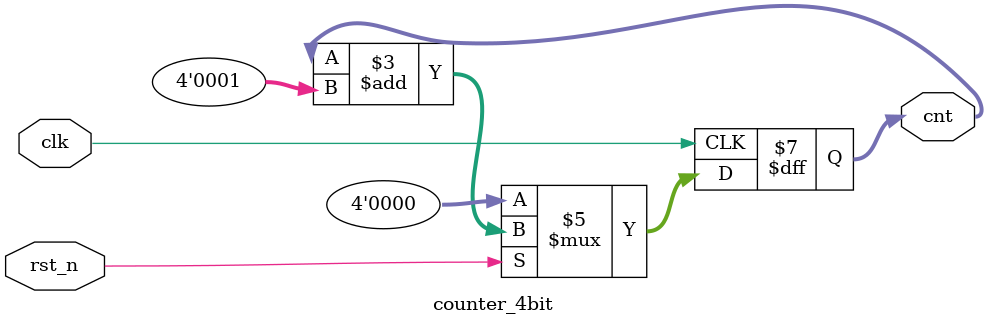
<source format=v>
module d_ff (
    input clk, d,
    output reg q 
);
    always@(posedge clk)  q <= d;
endmodule
// D Flip-Flop with a synchronous reset
module d_ff_sr (
    input  clk, rst_n, d,
    output reg q 
);
    always @(posedge clk) begin
        if (rst_n == 0) q <= 1'b0;
        else q <= d;
    end
endmodule

// D Flip-Flop with a synchronous reset
module d_ff_ar (
    input  clk, rst_n, d,
    output reg q
);
    always @(posedge clk or negedge rst_n) begin
        if (rst_n == 0) q <= 1'b0;
        else q <= d;
    end
endmodule

// Step 5
// 4-bit register
module reg_4bit (
    input  clk, rst_n,
    input  [3:0] D_in,
    output reg [3:0] D_out 
);
    always @(posedge clk) begin
        if (rst_n == 0) D_out <= 4'b0; // D_out <= 4'b0011;
        else D_out <= D_in;
    end
endmodule

// Step 6
// 4-bit counter MOD16
module counter_4bit (
    input  clk, rst_n, 
    output reg [3:0] cnt 
);
    always @(posedge clk ) begin
        if (rst_n == 0) cnt <= 4'b0;
        else cnt <= cnt + 4'b1;
    end
endmodule
</source>
